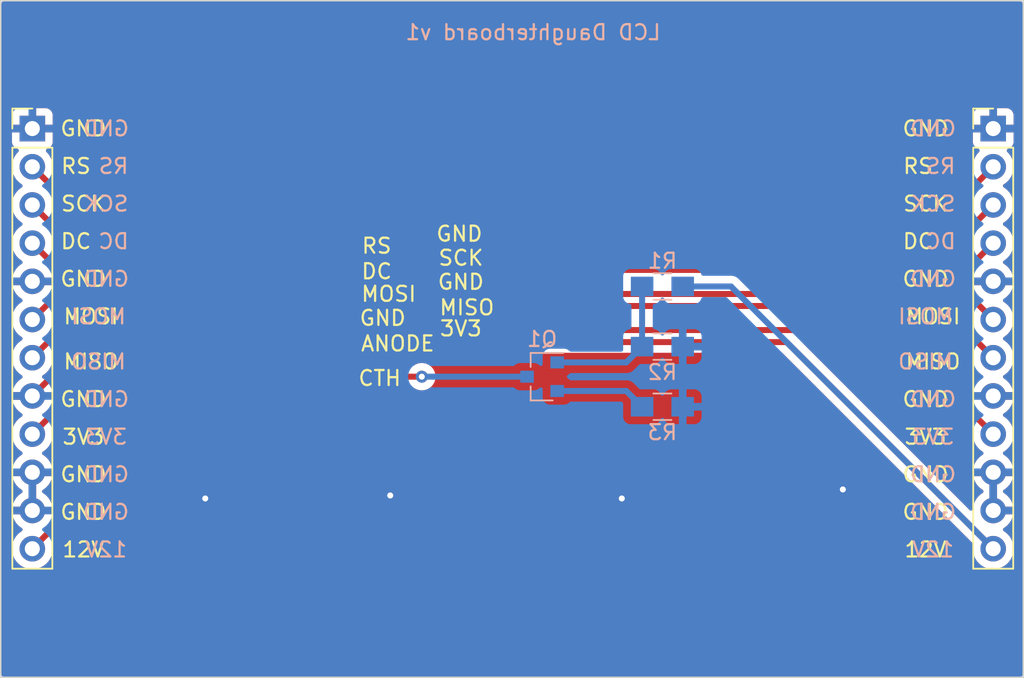
<source format=kicad_pcb>
(kicad_pcb (version 20221018) (generator pcbnew)
  (layers (0 "F.Cu" signal) (31 "B.Cu" signal) (34 "B.Paste" user) (35 "F.Paste" user) (36 "B.SilkS" user "B.Silkscreen") (37 "F.SilkS" user "F.Silkscreen") (38 "B.Mask" user) (39 "F.Mask" user) (44 "Edge.Cuts" user))
  (net 0 "")
  (net 1 "VCC")
  (net 2 "GND")
  (net 3 "LCD_MISO")
  (net 4 "LCD_MOSI")
  (net 5 "LCD_DC")
  (net 6 "LCD_SCK")
  (net 7 "LCD_RESET")
  (net 8 "Net-(Q1-Pad1)")
  (net 9 "Net-(Q1-Pad2)")
  (net 10 "+3V3")
  (net 11 "LCD_CATHODE")
  (net 12 "Net-(U1-Pad15)")
  (net 13 "Net-(U1-Pad16)")
  (net 14 "Net-(U1-Pad17)")
  (net 15 "Net-(U1-Pad18)")
  (footprint "Custom_Footprints:18x0.8mmLCDConnector" (layer "F.Cu") (at 121.5 115.5 -90)
    (fp_text reference "U1" hide)
    (fp_text value "ILI9341_SPI_Bare")
    (pad "1" smd rect (at 0 0 270) (size 0.4 3) (layers "F.Cu" "F.Paste" "F.Mask") (net 2 "GND"))
    (pad "2" smd rect (at 0.8 0 270) (size 0.4 3) (layers "F.Cu" "F.Paste" "F.Mask") (net 7 "LCD_RESET"))
    (pad "3" smd rect (at 1.6 0 270) (size 0.4 3) (layers "F.Cu" "F.Paste" "F.Mask") (net 6 "LCD_SCK"))
    (pad "4" smd rect (at 2.4 0 270) (size 0.4 3) (layers "F.Cu" "F.Paste" "F.Mask") (net 5 "LCD_DC"))
    (pad "5" smd rect (at 3.2 0 270) (size 0.4 3) (layers "F.Cu" "F.Paste" "F.Mask") (net 2 "GND"))
    (pad "6" smd rect (at 4 0 270) (size 0.4 3) (layers "F.Cu" "F.Paste" "F.Mask") (net 4 "LCD_MOSI"))
    (pad "7" smd rect (at 4.8 0 270) (size 0.4 3) (layers "F.Cu" "F.Paste" "F.Mask") (net 3 "LCD_MISO"))
    (pad "8" smd rect (at 5.6 0 270) (size 0.4 3) (layers "F.Cu" "F.Paste" "F.Mask") (net 2 "GND"))
    (pad "9" smd rect (at 6.4 0 270) (size 0.4 3) (layers "F.Cu" "F.Paste" "F.Mask") (net 10 "+3V3"))
    (pad "10" smd rect (at 7.2 0 270) (size 0.4 3) (layers "F.Cu" "F.Paste" "F.Mask") (net 1 "VCC"))
    (pad "11" smd rect (at 8 0 270) (size 0.4 3) (layers "F.Cu" "F.Paste" "F.Mask") (net 11 "LCD_CATHODE"))
    (pad "12" smd rect (at 8.8 0 270) (size 0.4 3) (layers "F.Cu" "F.Paste" "F.Mask") (net 11 "LCD_CATHODE"))
    (pad "13" smd rect (at 9.6 0 270) (size 0.4 3) (layers "F.Cu" "F.Paste" "F.Mask") (net 11 "LCD_CATHODE"))
    (pad "14" smd rect (at 10.4 0 270) (size 0.4 3) (layers "F.Cu" "F.Paste" "F.Mask") (net 11 "LCD_CATHODE"))
    (pad "15" smd rect (at 11.2 0 270) (size 0.4 3) (layers "F.Cu" "F.Paste" "F.Mask") (net 12 "Net-(U1-Pad15)"))
    (pad "16" smd rect (at 12 0 270) (size 0.4 3) (layers "F.Cu" "F.Paste" "F.Mask") (net 13 "Net-(U1-Pad16)"))
    (pad "17" smd rect (at 12.8 0 270) (size 0.4 3) (layers "F.Cu" "F.Paste" "F.Mask") (net 14 "Net-(U1-Pad17)"))
    (pad "18" smd rect (at 13.6 0 270) (size 0.4 3) (layers "F.Cu" "F.Paste" "F.Mask") (net 15 "Net-(U1-Pad18)"))
  )
  (footprint "Pin_Headers:Pin_Header_Straight_1x12_Pitch2.54mm" (layer "F.Cu") (at 166 108.5)
    (fp_text reference "J2" hide)
    (fp_text value "Conn_01x12" hide)
    (fp_line (start -1.33 -1.33) (end 0 -1.33) (stroke (width 0.12)) (layer "F.SilkS"))
    (fp_line (start -1.33 0) (end -1.33 -1.33) (stroke (width 0.12)) (layer "F.SilkS"))
    (fp_line (start -1.33 1.27) (end -1.33 29.27) (stroke (width 0.12)) (layer "F.SilkS"))
    (fp_line (start -1.33 1.27) (end 1.33 1.27) (stroke (width 0.12)) (layer "F.SilkS"))
    (fp_line (start -1.33 29.27) (end 1.33 29.27) (stroke (width 0.12)) (layer "F.SilkS"))
    (fp_line (start 1.33 1.27) (end 1.33 29.27) (stroke (width 0.12)) (layer "F.SilkS"))
    (pad "1" thru_hole rect (at 0 0) (size 1.7 1.7) (drill 1) (layers "*.Cu" "*.Mask") (net 2 "GND"))
    (pad "2" thru_hole oval (at 0 2.54) (size 1.7 1.7) (drill 1) (layers "*.Cu" "*.Mask") (net 7 "LCD_RESET"))
    (pad "3" thru_hole oval (at 0 5.08) (size 1.7 1.7) (drill 1) (layers "*.Cu" "*.Mask") (net 6 "LCD_SCK"))
    (pad "4" thru_hole oval (at 0 7.62) (size 1.7 1.7) (drill 1) (layers "*.Cu" "*.Mask") (net 5 "LCD_DC"))
    (pad "5" thru_hole oval (at 0 10.16) (size 1.7 1.7) (drill 1) (layers "*.Cu" "*.Mask") (net 2 "GND"))
    (pad "6" thru_hole oval (at 0 12.7) (size 1.7 1.7) (drill 1) (layers "*.Cu" "*.Mask") (net 4 "LCD_MOSI"))
    (pad "7" thru_hole oval (at 0 15.24) (size 1.7 1.7) (drill 1) (layers "*.Cu" "*.Mask") (net 3 "LCD_MISO"))
    (pad "8" thru_hole oval (at 0 17.78) (size 1.7 1.7) (drill 1) (layers "*.Cu" "*.Mask") (net 2 "GND"))
    (pad "9" thru_hole oval (at 0 20.32) (size 1.7 1.7) (drill 1) (layers "*.Cu" "*.Mask") (net 10 "+3V3"))
    (pad "10" thru_hole oval (at 0 22.86) (size 1.7 1.7) (drill 1) (layers "*.Cu" "*.Mask") (net 2 "GND"))
    (pad "11" thru_hole oval (at 0 25.4) (size 1.7 1.7) (drill 1) (layers "*.Cu" "*.Mask") (net 2 "GND"))
    (pad "12" thru_hole oval (at 0 27.94) (size 1.7 1.7) (drill 1) (layers "*.Cu" "*.Mask") (net 1 "VCC"))
  )
  (footprint "Pin_Headers:Pin_Header_Straight_1x12_Pitch2.54mm" (layer "F.Cu") (at 102.1 108.5)
    (fp_text reference "J1" hide)
    (fp_text value "Conn_01x12" hide)
    (fp_line (start -1.33 -1.33) (end 0 -1.33) (stroke (width 0.12)) (layer "F.SilkS"))
    (fp_line (start -1.33 0) (end -1.33 -1.33) (stroke (width 0.12)) (layer "F.SilkS"))
    (fp_line (start -1.33 1.27) (end -1.33 29.27) (stroke (width 0.12)) (layer "F.SilkS"))
    (fp_line (start -1.33 1.27) (end 1.33 1.27) (stroke (width 0.12)) (layer "F.SilkS"))
    (fp_line (start -1.33 29.27) (end 1.33 29.27) (stroke (width 0.12)) (layer "F.SilkS"))
    (fp_line (start 1.33 1.27) (end 1.33 29.27) (stroke (width 0.12)) (layer "F.SilkS"))
    (pad "1" thru_hole rect (at 0 0) (size 1.7 1.7) (drill 1) (layers "*.Cu" "*.Mask") (net 2 "GND"))
    (pad "2" thru_hole oval (at 0 2.54) (size 1.7 1.7) (drill 1) (layers "*.Cu" "*.Mask") (net 7 "LCD_RESET"))
    (pad "3" thru_hole oval (at 0 5.08) (size 1.7 1.7) (drill 1) (layers "*.Cu" "*.Mask") (net 6 "LCD_SCK"))
    (pad "4" thru_hole oval (at 0 7.62) (size 1.7 1.7) (drill 1) (layers "*.Cu" "*.Mask") (net 5 "LCD_DC"))
    (pad "5" thru_hole oval (at 0 10.16) (size 1.7 1.7) (drill 1) (layers "*.Cu" "*.Mask") (net 2 "GND"))
    (pad "6" thru_hole oval (at 0 12.7) (size 1.7 1.7) (drill 1) (layers "*.Cu" "*.Mask") (net 4 "LCD_MOSI"))
    (pad "7" thru_hole oval (at 0 15.24) (size 1.7 1.7) (drill 1) (layers "*.Cu" "*.Mask") (net 3 "LCD_MISO"))
    (pad "8" thru_hole oval (at 0 17.78) (size 1.7 1.7) (drill 1) (layers "*.Cu" "*.Mask") (net 2 "GND"))
    (pad "9" thru_hole oval (at 0 20.32) (size 1.7 1.7) (drill 1) (layers "*.Cu" "*.Mask") (net 10 "+3V3"))
    (pad "10" thru_hole oval (at 0 22.86) (size 1.7 1.7) (drill 1) (layers "*.Cu" "*.Mask") (net 2 "GND"))
    (pad "11" thru_hole oval (at 0 25.4) (size 1.7 1.7) (drill 1) (layers "*.Cu" "*.Mask") (net 2 "GND"))
    (pad "12" thru_hole oval (at 0 27.94) (size 1.7 1.7) (drill 1) (layers "*.Cu" "*.Mask") (net 1 "VCC"))
  )
  (footprint "TO_SOT_Packages_SMD:SOT-23" (layer "B.Cu") (at 136 125 180)
    (fp_text reference "Q1" (at 0 2.5 180) (layer "B.SilkS") (effects (justify mirror)))
    (fp_text value "MMBT3904")
    (fp_line (start 0.76 -1.58) (end -0.7 -1.58) (stroke (width 0.12)) (layer "B.SilkS"))
    (fp_line (start 0.76 -1.58) (end 0.76 -0.65) (stroke (width 0.12)) (layer "B.SilkS"))
    (fp_line (start 0.76 1.58) (end -1.4 1.58) (stroke (width 0.12)) (layer "B.SilkS"))
    (fp_line (start 0.76 1.58) (end 0.76 0.65) (stroke (width 0.12)) (layer "B.SilkS"))
    (pad "1" smd rect (at -1 0.95 180) (size 0.9 0.8) (layers "B.Cu" "B.Paste" "B.Mask") (net 8 "Net-(Q1-Pad1)"))
    (pad "2" smd rect (at -1 -0.95 180) (size 0.9 0.8) (layers "B.Cu" "B.Paste" "B.Mask") (net 9 "Net-(Q1-Pad2)"))
    (pad "3" smd rect (at 1 0 180) (size 0.9 0.8) (layers "B.Cu" "B.Paste" "B.Mask") (net 11 "LCD_CATHODE"))
  )
  (footprint "Resistors_SMD:R_0805_HandSoldering" (layer "B.Cu") (at 144 119 180)
    (fp_text reference "R1" (at 0 1.7 180) (layer "B.SilkS") (effects (justify mirror)))
    (fp_text value "220")
    (fp_line (start -0.6 0.88) (end 0.6 0.88) (stroke (width 0.12)) (layer "B.SilkS"))
    (fp_line (start 0.6 -0.88) (end -0.6 -0.88) (stroke (width 0.12)) (layer "B.SilkS"))
    (pad "1" smd rect (at -1.35 0 180) (size 1.5 1.3) (layers "B.Cu" "B.Paste" "B.Mask") (net 1 "VCC"))
    (pad "2" smd rect (at 1.35 0 180) (size 1.5 1.3) (layers "B.Cu" "B.Paste" "B.Mask") (net 8 "Net-(Q1-Pad1)"))
  )
  (footprint "Resistors_SMD:R_0805_HandSoldering" (layer "B.Cu") (at 144 127)
    (fp_text reference "R3" (at 0 1.7) (layer "B.SilkS") (effects (justify mirror)))
    (fp_text value "100")
    (fp_line (start -0.6 0.88) (end 0.6 0.88) (stroke (width 0.12)) (layer "B.SilkS"))
    (fp_line (start 0.6 -0.88) (end -0.6 -0.88) (stroke (width 0.12)) (layer "B.SilkS"))
    (pad "1" smd rect (at -1.35 0) (size 1.5 1.3) (layers "B.Cu" "B.Paste" "B.Mask") (net 9 "Net-(Q1-Pad2)"))
    (pad "2" smd rect (at 1.35 0) (size 1.5 1.3) (layers "B.Cu" "B.Paste" "B.Mask") (net 2 "GND"))
  )
  (footprint "Resistors_SMD:R_0805_HandSoldering" (layer "B.Cu") (at 144 123)
    (fp_text reference "R2" (at 0 1.7) (layer "B.SilkS") (effects (justify mirror)))
    (fp_text value "1k")
    (fp_line (start -0.6 0.88) (end 0.6 0.88) (stroke (width 0.12)) (layer "B.SilkS"))
    (fp_line (start 0.6 -0.88) (end -0.6 -0.88) (stroke (width 0.12)) (layer "B.SilkS"))
    (pad "1" smd rect (at -1.35 0) (size 1.5 1.3) (layers "B.Cu" "B.Paste" "B.Mask") (net 8 "Net-(Q1-Pad1)"))
    (pad "2" smd rect (at 1.35 0) (size 1.5 1.3) (layers "B.Cu" "B.Paste" "B.Mask") (net 2 "GND"))
  )
  (gr_line (start 100 145) (end 168 145) (stroke (width 0.1)) (layer "Edge.Cuts"))
  (gr_line (start 168 100) (end 168 145) (stroke (width 0.1)) (layer "Edge.Cuts"))
  (gr_line (start 100 100) (end 100 145) (stroke (width 0.1)) (layer "Edge.Cuts"))
  (gr_line (start 100 100) (end 168 100) (stroke (width 0.1)) (layer "Edge.Cuts"))
  (gr_text "RS" (at 107.5 111) (layer "B.SilkS") (effects (font (size 1 1)) (justify mirror)))
  (gr_text "GND" (at 107 131.5) (layer "B.SilkS") (effects (font (size 1 1)) (justify mirror)))
  (gr_text "SCK" (at 107 113.5) (layer "B.SilkS") (effects (font (size 1 1)) (justify mirror)))
  (gr_text "GND" (at 107 108.5) (layer "B.SilkS") (effects (font (size 1 1)) (justify mirror)))
  (gr_text "MISO" (at 106.5 124) (layer "B.SilkS") (effects (font (size 1 1)) (justify mirror)))
  (gr_text "GND" (at 107 126.5) (layer "B.SilkS") (effects (font (size 1 1)) (justify mirror)))
  (gr_text "MOSI" (at 106.5 121) (layer "B.SilkS") (effects (font (size 1 1)) (justify mirror)))
  (gr_text "GND" (at 107 134) (layer "B.SilkS") (effects (font (size 1 1)) (justify mirror)))
  (gr_text "12V" (at 107 136.5) (layer "B.SilkS") (effects (font (size 1 1)) (justify mirror)))
  (gr_text "3V3" (at 107 129) (layer "B.SilkS") (effects (font (size 1 1)) (justify mirror)))
  (gr_text "DC" (at 107.5 116) (layer "B.SilkS") (effects (font (size 1 1)) (justify mirror)))
  (gr_text "GND" (at 107 118.5) (layer "B.SilkS") (effects (font (size 1 1)) (justify mirror)))
  (gr_text "DC" (at 162.5 116) (layer "B.SilkS") (effects (font (size 1 1)) (justify mirror)))
  (gr_text "GND" (at 162 108.5) (layer "B.SilkS") (effects (font (size 1 1)) (justify mirror)))
  (gr_text "SCK" (at 162 113.5) (layer "B.SilkS") (effects (font (size 1 1)) (justify mirror)))
  (gr_text "GND" (at 162 134) (layer "B.SilkS") (effects (font (size 1 1)) (justify mirror)))
  (gr_text "GND" (at 162 118.5) (layer "B.SilkS") (effects (font (size 1 1)) (justify mirror)))
  (gr_text "RS" (at 162.5 111) (layer "B.SilkS") (effects (font (size 1 1)) (justify mirror)))
  (gr_text "12V" (at 162 136.5) (layer "B.SilkS") (effects (font (size 1 1)) (justify mirror)))
  (gr_text "MOSI" (at 161.5 121) (layer "B.SilkS") (effects (font (size 1 1)) (justify mirror)))
  (gr_text "MISO" (at 161.5 124) (layer "B.SilkS") (effects (font (size 1 1)) (justify mirror)))
  (gr_text "GND" (at 162 131.5) (layer "B.SilkS") (effects (font (size 1 1)) (justify mirror)))
  (gr_text "GND" (at 162 126.5) (layer "B.SilkS") (effects (font (size 1 1)) (justify mirror)))
  (gr_text "3V3" (at 162 129) (layer "B.SilkS") (effects (font (size 1 1)) (justify mirror)))
  (gr_text "LCD Daughterboard v1" (at 135.4 102.1) (layer "B.SilkS") (effects (font (size 1 1)) (justify mirror)))
  (gr_text "RS" (at 105 111) (layer "F.SilkS") (effects (font (size 1 1))))
  (gr_text "SCK" (at 105.5 113.5) (layer "F.SilkS") (effects (font (size 1 1))))
  (gr_text "GND" (at 105.5 118.5) (layer "F.SilkS") (effects (font (size 1 1))))
  (gr_text "MOSI" (at 106 121) (layer "F.SilkS") (effects (font (size 1 1))))
  (gr_text "MISO" (at 106 124) (layer "F.SilkS") (effects (font (size 1 1))))
  (gr_text "GND" (at 105.5 126.5) (layer "F.SilkS") (effects (font (size 1 1))))
  (gr_text "3V3" (at 105.5 129) (layer "F.SilkS") (effects (font (size 1 1))))
  (gr_text "GND" (at 105.5 131.5) (layer "F.SilkS") (effects (font (size 1 1))))
  (gr_text "GND" (at 105.5 134) (layer "F.SilkS") (effects (font (size 1 1))))
  (gr_text "DC" (at 105 116) (layer "F.SilkS") (effects (font (size 1 1))))
  (gr_text "12V" (at 105.5 136.5) (layer "F.SilkS") (effects (font (size 1 1))))
  (gr_text "3V3" (at 161.5 129) (layer "F.SilkS") (effects (font (size 1 1))))
  (gr_text "DC" (at 161 116) (layer "F.SilkS") (effects (font (size 1 1))))
  (gr_text "12V" (at 161.5 136.5) (layer "F.SilkS") (effects (font (size 1 1))))
  (gr_text "GND" (at 161.5 118.5) (layer "F.SilkS") (effects (font (size 1 1))))
  (gr_text "MISO" (at 162 124) (layer "F.SilkS") (effects (font (size 1 1))))
  (gr_text "GND" (at 161.5 126.5) (layer "F.SilkS") (effects (font (size 1 1))))
  (gr_text "MOSI" (at 162 121) (layer "F.SilkS") (effects (font (size 1 1))))
  (gr_text "GND" (at 161.5 134) (layer "F.SilkS") (effects (font (size 1 1))))
  (gr_text "GND" (at 161.5 131.5) (layer "F.SilkS") (effects (font (size 1 1))))
  (gr_text "GND" (at 161.5 108.5) (layer "F.SilkS") (effects (font (size 1 1))))
  (gr_text "RS" (at 161 111) (layer "F.SilkS") (effects (font (size 1 1))))
  (gr_text "SCK" (at 161.5 113.5) (layer "F.SilkS") (effects (font (size 1 1))))
  (gr_text "3V3" (at 130.6 121.8) (layer "F.SilkS") (effects (font (size 1 1))))
  (gr_text "DC" (at 125 118) (layer "F.SilkS") (effects (font (size 1 1))))
  (gr_text "GND" (at 130.6 118.7) (layer "F.SilkS") (effects (font (size 1 1))))
  (gr_text "MISO" (at 131 120.4) (layer "F.SilkS") (effects (font (size 1 1))))
  (gr_text "GND" (at 125.4 121.1) (layer "F.SilkS") (effects (font (size 1 1))))
  (gr_text "MOSI" (at 125.8 119.5) (layer "F.SilkS") (effects (font (size 1 1))))
  (gr_text "ANODE" (at 126.4 122.8) (layer "F.SilkS") (effects (font (size 1 1))))
  (gr_text "GND" (at 130.5 115.5) (layer "F.SilkS") (effects (font (size 1 1))))
  (gr_text "RS" (at 125 116.3) (layer "F.SilkS") (effects (font (size 1 1))))
  (gr_text "SCK" (at 130.6 117.1) (layer "F.SilkS") (effects (font (size 1 1))))
  (gr_text "CTH" (at 125.2 125.1) (layer "F.SilkS") (effects (font (size 1 1))))
  (gr_text "GND" (at 105.5 108.5) (layer "F.SilkS") (effects (font (size 1 1))))
  (segment (start 102.1 136.44) (end 115.84 122.7) (width 0.4) (layer "F.Cu") (net 1))
  (segment (start 152.26 122.7) (end 166 136.44) (width 0.4) (layer "F.Cu") (net 1))
  (segment (start 115.84 122.7) (end 121.5 122.7) (width 0.4) (layer "F.Cu") (net 1))
  (segment (start 121.5 122.7) (end 152.26 122.7) (width 0.4) (layer "F.Cu") (net 1))
  (segment (start 148.56 119) (end 166 136.44) (width 0.4) (layer "B.Cu") (net 1))
  (segment (start 145.35 119) (end 148.56 119) (width 0.4) (layer "B.Cu") (net 1))
  (segment (start 121.46 118.66) (end 121.5 118.7) (width 0.4) (layer "F.Cu") (net 2))
  (segment (start 107.28 121.1) (end 102.1 126.28) (width 0.4) (layer "F.Cu") (net 2))
  (segment (start 121.5 121.1) (end 107.28 121.1) (width 0.4) (layer "F.Cu") (net 2))
  (segment (start 102.1 118.66) (end 121.46 118.66) (width 0.4) (layer "F.Cu") (net 2))
  (via (at 113.6 133.1) (size 0.8) (drill 0.4) (layers "F.Cu" "B.Cu") (net 2))
  (via (at 141.3 133.1) (size 0.8) (drill 0.4) (layers "F.Cu" "B.Cu") (net 2))
  (via (at 125.9 132.9) (size 0.8) (drill 0.4) (layers "F.Cu" "B.Cu") (net 2))
  (via (at 156 132.5) (size 0.8) (drill 0.4) (layers "F.Cu" "B.Cu") (net 2))
  (segment (start 121.5 120.3) (end 162.56 120.3) (width 0.4) (layer "F.Cu") (net 3))
  (segment (start 162.56 120.3) (end 166 123.74) (width 0.4) (layer "F.Cu") (net 3))
  (segment (start 102.1 123.74) (end 105.54 120.3) (width 0.4) (layer "F.Cu") (net 3))
  (segment (start 105.54 120.3) (end 121.5 120.3) (width 0.4) (layer "F.Cu") (net 3))
  (segment (start 103.8 119.5) (end 121.5 119.5) (width 0.4) (layer "F.Cu") (net 4))
  (segment (start 102.1 121.2) (end 103.8 119.5) (width 0.4) (layer "F.Cu") (net 4))
  (segment (start 164.3 119.5) (end 166 121.2) (width 0.4) (layer "F.Cu") (net 4))
  (segment (start 121.5 119.5) (end 164.3 119.5) (width 0.4) (layer "F.Cu") (net 4))
  (segment (start 103.88 117.9) (end 121.5 117.9) (width 0.4) (layer "F.Cu") (net 5))
  (segment (start 121.5 117.9) (end 164.22 117.9) (width 0.4) (layer "F.Cu") (net 5))
  (segment (start 164.22 117.9) (end 166 116.12) (width 0.4) (layer "F.Cu") (net 5))
  (segment (start 102.1 116.12) (end 103.88 117.9) (width 0.4) (layer "F.Cu") (net 5))
  (segment (start 105.62 117.1) (end 102.1 113.58) (width 0.4) (layer "F.Cu") (net 6))
  (segment (start 162.48 117.1) (end 166 113.58) (width 0.4) (layer "F.Cu") (net 6))
  (segment (start 121.5 117.1) (end 105.62 117.1) (width 0.4) (layer "F.Cu") (net 6))
  (segment (start 121.5 117.1) (end 162.48 117.1) (width 0.4) (layer "F.Cu") (net 6))
  (segment (start 102.1 111.04) (end 107.36 116.3) (width 0.4) (layer "F.Cu") (net 7))
  (segment (start 121.5 116.3) (end 160.74 116.3) (width 0.4) (layer "F.Cu") (net 7))
  (segment (start 107.36 116.3) (end 121.5 116.3) (width 0.4) (layer "F.Cu") (net 7))
  (segment (start 160.74 116.3) (end 166 111.04) (width 0.4) (layer "F.Cu") (net 7))
  (segment (start 137 124.05) (end 141.6 124.05) (width 0.4) (layer "B.Cu") (net 8))
  (segment (start 142.65 119) (end 142.65 123) (width 0.4) (layer "B.Cu") (net 8))
  (segment (start 141.6 124.05) (end 142.65 123) (width 0.4) (layer "B.Cu") (net 8))
  (segment (start 141.6 125.95) (end 142.65 127) (width 0.4) (layer "B.Cu") (net 9))
  (segment (start 137 125.95) (end 141.6 125.95) (width 0.4) (layer "B.Cu") (net 9))
  (segment (start 159.08 121.9) (end 166 128.82) (width 0.4) (layer "F.Cu") (net 10))
  (segment (start 121.5 121.9) (end 109.02 121.9) (width 0.4) (layer "F.Cu") (net 10))
  (segment (start 109.02 121.9) (end 102.1 128.82) (width 0.4) (layer "F.Cu") (net 10))
  (segment (start 121.5 121.9) (end 159.08 121.9) (width 0.4) (layer "F.Cu") (net 10))
  (segment (start 128 125) (end 121.6 125) (width 0.4) (layer "F.Cu") (net 11))
  (segment (start 121.6 125) (end 121.5 125.1) (width 0.4) (layer "F.Cu") (net 11))
  (segment (start 121.5 125.9) (end 121.5 123.5) (width 0.4) (layer "F.Cu") (net 11))
  (via (at 128 125) (size 0.8) (drill 0.4) (layers "F.Cu" "B.Cu") (net 11))
  (segment (start 135 125) (end 128 125) (width 0.4) (layer "B.Cu") (net 11))
  (zone (net 2) (net_name "GND") (layer "F.Cu") (connect_pads (clearance 0.508)) (min_thickness 0.254) (fill yes (thermal_gap 0.508) (thermal_bridge_width 0.508))
    (polygon (pts (xy 100 100) (xy 168 100) (xy 168 145) (xy 100 145)))
  )
  (zone (net 2) (net_name "GND") (layer "B.Cu") (connect_pads (clearance 0.508)) (min_thickness 0.254) (fill yes (thermal_gap 0.508) (thermal_bridge_width 0.508))
    (polygon (pts (xy 100 100) (xy 168 100) (xy 168 145) (xy 100 145)))
  )
)
</source>
